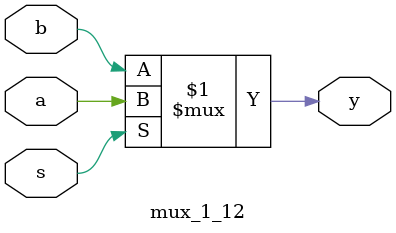
<source format=v>
`timescale 1ns / 1ps
module mux_1_12(
	input a,b,
	input s,
	output y
    ); 
	 assign y= s?a:b;
	endmodule

</source>
